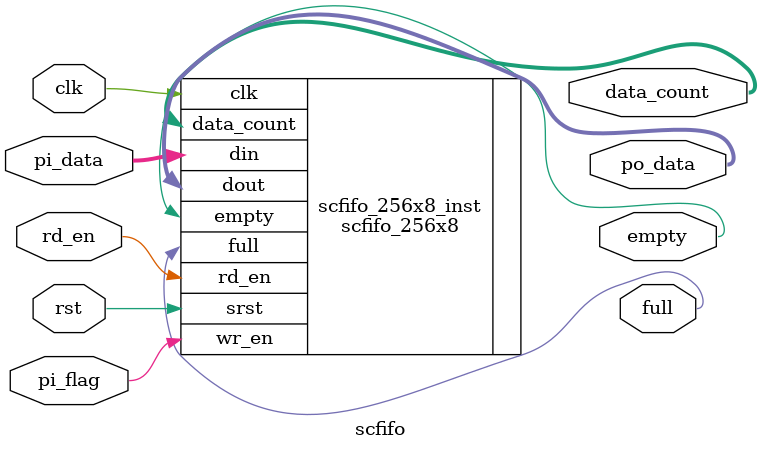
<source format=v>
`timescale 1ns / 1ns


module scfifo(

    input wire          clk,
    input wire          rst,
    input wire [7:0]    pi_data,        //ÊäÈë¶¥²ãÄ£¿éµÄÊý¾Ý£¬ÊäÈëFIFOµÄÊý¾Ý
    input wire          pi_flag,        //ÊäÈëÊý¾ÝÓÐÐ§±êÖ¾ÐÅºÅ,Ò²ÊÇÐ´ÇëÇóÐÅºÅ
    input wire          rd_en,          //FIFO¶ÁÇëÇóÐÅºÅ
    
    output wire [7:0]   po_data,        //FIFO¶Á³öµÄÊý¾Ý
    output wire         empty,          //FIFO¿Õ±êÖ¾ÐÅºÅ£¬¸ßÓÐÐ§£»
    output wire         full,           //FIFOÂú±êÖ¾ÐÅºÅ£¬¸ßÓÐÐ§£»
    output wire [7:0]   data_count      //FIFO´æÔÚµÄ¸öÊý
    );

    scfifo_256x8 scfifo_256x8_inst(
        .clk(clk),
        .srst(rst),
        .din(pi_data),
        .wr_en(pi_flag),
        .rd_en(rd_en),
        
        .dout(po_data),
        .full(full),
        .empty(empty),
        .data_count(data_count)
    );
endmodule

</source>
